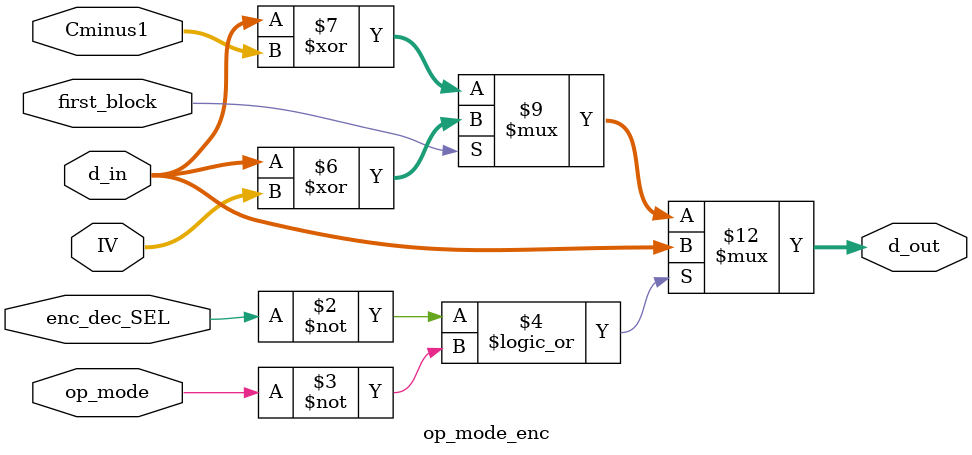
<source format=v>
/********************************************************************************************************
*********************************************************************************************************
Zynq-7000 based Implementation of the KHAZAD Block Cipher
Yossef Shitzer & Efraim Wasserman
Jerusalem College of Technology - Lev Academic Center (JCT)
Department of electrical and electronic engineering
2018
*********************************************************************************************************
*********************************************************************************************************
This module implements the pre-KHAZAD calculation needs to be done for CBC-mode encryption: XOR with the 
Initialization Vector (IV) for first_block = 1, or with the last KHAZAD cipher output (Cminus1) for first_block = 0.
For CBC-mode decryption and for ECB-mode, this module does nothing.
*********************************************************************************************************
*********************************************************************************************************/
module op_mode_enc
(
  input				op_mode		,   // 0: ECB  1:CBC
  input  	 [63:0] d_in		,
  input  	 [63:0] Cminus1		,
  input 	 [63:0] IV			,
  input	 	 	    enc_dec_SEL	,   // 0: dec  1: enc
  input  			first_block	,
  output reg [63:0] d_out
);

always @(*)
begin
	if ((enc_dec_SEL == 0)||(op_mode == 0))  // for decryption and for ECB-mode do nothing
		d_out <= d_in;
	else									 // for CBC-mode encryption
		begin
			if (first_block == 1)
				d_out <= d_in ^ IV;
			else
				d_out <= d_in ^ Cminus1;
		end
end

endmodule
</source>
